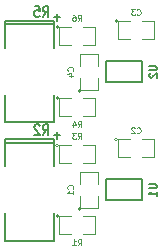
<source format=gbo>
G04 (created by PCBNEW (2013-mar-13)-testing) date Thu 04 Apr 2013 08:37:25 PM CEST*
%MOIN*%
G04 Gerber Fmt 3.4, Leading zero omitted, Abs format*
%FSLAX34Y34*%
G01*
G70*
G90*
G04 APERTURE LIST*
%ADD10C,0.006*%
%ADD11C,0.005*%
%ADD12C,0.0059*%
%ADD13C,0.0039*%
%ADD14C,0.00590551*%
%ADD15C,0.0043*%
G04 APERTURE END LIST*
G54D10*
G54D11*
X42313Y-46303D02*
X42313Y-47003D01*
X42313Y-47003D02*
X43513Y-47003D01*
X43513Y-47003D02*
X43513Y-46303D01*
X43513Y-46303D02*
X42313Y-46303D01*
X42313Y-50240D02*
X42313Y-50940D01*
X42313Y-50940D02*
X43513Y-50940D01*
X43513Y-50940D02*
X43513Y-50240D01*
X43513Y-50240D02*
X42313Y-50240D01*
G54D12*
X38936Y-45078D02*
X40590Y-45078D01*
X38936Y-44960D02*
X40590Y-44960D01*
X38936Y-48346D02*
X40590Y-48346D01*
X40592Y-47439D02*
X40592Y-48339D01*
X38934Y-48339D02*
X38934Y-47439D01*
X38934Y-45866D02*
X38934Y-44966D01*
X40592Y-44967D02*
X40592Y-45867D01*
X38936Y-49015D02*
X40590Y-49015D01*
X38936Y-48897D02*
X40590Y-48897D01*
X38936Y-52283D02*
X40590Y-52283D01*
X40592Y-51376D02*
X40592Y-52276D01*
X38934Y-52276D02*
X38934Y-51376D01*
X38934Y-49803D02*
X38934Y-48903D01*
X40592Y-48904D02*
X40592Y-49804D01*
G54D13*
X41482Y-47303D02*
G75*
G03X41482Y-47303I-50J0D01*
G74*
G01*
X41432Y-46853D02*
X41432Y-47253D01*
X41432Y-47253D02*
X42032Y-47253D01*
X42032Y-47253D02*
X42032Y-46853D01*
X42032Y-46453D02*
X42032Y-46053D01*
X42032Y-46053D02*
X41432Y-46053D01*
X41432Y-46053D02*
X41432Y-46453D01*
X41482Y-51240D02*
G75*
G03X41482Y-51240I-50J0D01*
G74*
G01*
X41432Y-50790D02*
X41432Y-51190D01*
X41432Y-51190D02*
X42032Y-51190D01*
X42032Y-51190D02*
X42032Y-50790D01*
X42032Y-50390D02*
X42032Y-49990D01*
X42032Y-49990D02*
X41432Y-49990D01*
X41432Y-49990D02*
X41432Y-50390D01*
X40738Y-51471D02*
G75*
G03X40738Y-51471I-50J0D01*
G74*
G01*
X41138Y-51471D02*
X40738Y-51471D01*
X40738Y-51471D02*
X40738Y-52071D01*
X40738Y-52071D02*
X41138Y-52071D01*
X41538Y-52071D02*
X41938Y-52071D01*
X41938Y-52071D02*
X41938Y-51471D01*
X41938Y-51471D02*
X41538Y-51471D01*
X40738Y-49109D02*
G75*
G03X40738Y-49109I-50J0D01*
G74*
G01*
X41138Y-49109D02*
X40738Y-49109D01*
X40738Y-49109D02*
X40738Y-49709D01*
X40738Y-49709D02*
X41138Y-49709D01*
X41538Y-49709D02*
X41938Y-49709D01*
X41938Y-49709D02*
X41938Y-49109D01*
X41938Y-49109D02*
X41538Y-49109D01*
X40738Y-47534D02*
G75*
G03X40738Y-47534I-50J0D01*
G74*
G01*
X41138Y-47534D02*
X40738Y-47534D01*
X40738Y-47534D02*
X40738Y-48134D01*
X40738Y-48134D02*
X41138Y-48134D01*
X41538Y-48134D02*
X41938Y-48134D01*
X41938Y-48134D02*
X41938Y-47534D01*
X41938Y-47534D02*
X41538Y-47534D01*
X40738Y-45172D02*
G75*
G03X40738Y-45172I-50J0D01*
G74*
G01*
X41138Y-45172D02*
X40738Y-45172D01*
X40738Y-45172D02*
X40738Y-45772D01*
X40738Y-45772D02*
X41138Y-45772D01*
X41538Y-45772D02*
X41938Y-45772D01*
X41938Y-45772D02*
X41938Y-45172D01*
X41938Y-45172D02*
X41538Y-45172D01*
X42707Y-44975D02*
G75*
G03X42707Y-44975I-50J0D01*
G74*
G01*
X43107Y-44975D02*
X42707Y-44975D01*
X42707Y-44975D02*
X42707Y-45575D01*
X42707Y-45575D02*
X43107Y-45575D01*
X43507Y-45575D02*
X43907Y-45575D01*
X43907Y-45575D02*
X43907Y-44975D01*
X43907Y-44975D02*
X43507Y-44975D01*
X42707Y-48912D02*
G75*
G03X42707Y-48912I-50J0D01*
G74*
G01*
X43107Y-48912D02*
X42707Y-48912D01*
X42707Y-48912D02*
X42707Y-49512D01*
X42707Y-49512D02*
X43107Y-49512D01*
X43507Y-49512D02*
X43907Y-49512D01*
X43907Y-49512D02*
X43907Y-48912D01*
X43907Y-48912D02*
X43507Y-48912D01*
G54D11*
X43748Y-46463D02*
X43951Y-46463D01*
X43975Y-46474D01*
X43986Y-46486D01*
X43998Y-46510D01*
X43998Y-46558D01*
X43986Y-46582D01*
X43975Y-46594D01*
X43951Y-46605D01*
X43748Y-46605D01*
X43772Y-46713D02*
X43760Y-46724D01*
X43748Y-46748D01*
X43748Y-46808D01*
X43760Y-46832D01*
X43772Y-46844D01*
X43796Y-46855D01*
X43820Y-46855D01*
X43855Y-46844D01*
X43998Y-46701D01*
X43998Y-46855D01*
X43748Y-50400D02*
X43951Y-50400D01*
X43975Y-50411D01*
X43986Y-50423D01*
X43998Y-50447D01*
X43998Y-50495D01*
X43986Y-50519D01*
X43975Y-50531D01*
X43951Y-50542D01*
X43748Y-50542D01*
X43998Y-50792D02*
X43998Y-50650D01*
X43998Y-50721D02*
X43748Y-50721D01*
X43784Y-50697D01*
X43808Y-50673D01*
X43820Y-50650D01*
X40207Y-44826D02*
X40307Y-44660D01*
X40378Y-44826D02*
X40378Y-44476D01*
X40264Y-44476D01*
X40236Y-44493D01*
X40221Y-44510D01*
X40207Y-44543D01*
X40207Y-44593D01*
X40221Y-44626D01*
X40236Y-44643D01*
X40264Y-44660D01*
X40378Y-44660D01*
X39936Y-44476D02*
X40078Y-44476D01*
X40093Y-44643D01*
X40078Y-44626D01*
X40050Y-44610D01*
X39978Y-44610D01*
X39950Y-44626D01*
X39936Y-44643D01*
X39921Y-44676D01*
X39921Y-44760D01*
X39936Y-44793D01*
X39950Y-44810D01*
X39978Y-44826D01*
X40050Y-44826D01*
X40078Y-44810D01*
X40093Y-44793D01*
G54D14*
X40676Y-44737D02*
X40676Y-44947D01*
X40781Y-44842D02*
X40571Y-44842D01*
G54D11*
X40207Y-48763D02*
X40307Y-48597D01*
X40378Y-48763D02*
X40378Y-48413D01*
X40264Y-48413D01*
X40236Y-48430D01*
X40221Y-48447D01*
X40207Y-48480D01*
X40207Y-48530D01*
X40221Y-48563D01*
X40236Y-48580D01*
X40264Y-48597D01*
X40378Y-48597D01*
X40093Y-48447D02*
X40078Y-48430D01*
X40050Y-48413D01*
X39978Y-48413D01*
X39950Y-48430D01*
X39936Y-48447D01*
X39921Y-48480D01*
X39921Y-48513D01*
X39936Y-48563D01*
X40107Y-48763D01*
X39921Y-48763D01*
G54D14*
X40676Y-48674D02*
X40676Y-48884D01*
X40781Y-48779D02*
X40571Y-48779D01*
G54D15*
X41202Y-46620D02*
X41212Y-46611D01*
X41221Y-46583D01*
X41221Y-46564D01*
X41212Y-46536D01*
X41193Y-46517D01*
X41174Y-46508D01*
X41137Y-46498D01*
X41108Y-46498D01*
X41071Y-46508D01*
X41052Y-46517D01*
X41033Y-46536D01*
X41024Y-46564D01*
X41024Y-46583D01*
X41033Y-46611D01*
X41043Y-46620D01*
X41090Y-46789D02*
X41221Y-46789D01*
X41015Y-46742D02*
X41155Y-46695D01*
X41155Y-46817D01*
X41202Y-50557D02*
X41212Y-50548D01*
X41221Y-50520D01*
X41221Y-50501D01*
X41212Y-50473D01*
X41193Y-50454D01*
X41174Y-50445D01*
X41137Y-50435D01*
X41108Y-50435D01*
X41071Y-50445D01*
X41052Y-50454D01*
X41033Y-50473D01*
X41024Y-50501D01*
X41024Y-50520D01*
X41033Y-50548D01*
X41043Y-50557D01*
X41221Y-50745D02*
X41221Y-50632D01*
X41221Y-50689D02*
X41024Y-50689D01*
X41052Y-50670D01*
X41071Y-50651D01*
X41080Y-50632D01*
X41371Y-52441D02*
X41437Y-52348D01*
X41483Y-52441D02*
X41483Y-52244D01*
X41408Y-52244D01*
X41390Y-52254D01*
X41380Y-52263D01*
X41371Y-52282D01*
X41371Y-52310D01*
X41380Y-52329D01*
X41390Y-52338D01*
X41408Y-52348D01*
X41483Y-52348D01*
X41183Y-52441D02*
X41296Y-52441D01*
X41240Y-52441D02*
X41240Y-52244D01*
X41258Y-52273D01*
X41277Y-52291D01*
X41296Y-52301D01*
X41371Y-48898D02*
X41437Y-48804D01*
X41483Y-48898D02*
X41483Y-48701D01*
X41408Y-48701D01*
X41390Y-48711D01*
X41380Y-48720D01*
X41371Y-48739D01*
X41371Y-48767D01*
X41380Y-48786D01*
X41390Y-48795D01*
X41408Y-48804D01*
X41483Y-48804D01*
X41305Y-48701D02*
X41183Y-48701D01*
X41249Y-48776D01*
X41221Y-48776D01*
X41202Y-48786D01*
X41193Y-48795D01*
X41183Y-48814D01*
X41183Y-48861D01*
X41193Y-48879D01*
X41202Y-48889D01*
X41221Y-48898D01*
X41277Y-48898D01*
X41296Y-48889D01*
X41305Y-48879D01*
X41371Y-48504D02*
X41437Y-48411D01*
X41483Y-48504D02*
X41483Y-48307D01*
X41408Y-48307D01*
X41390Y-48317D01*
X41380Y-48326D01*
X41371Y-48345D01*
X41371Y-48373D01*
X41380Y-48392D01*
X41390Y-48401D01*
X41408Y-48411D01*
X41483Y-48411D01*
X41202Y-48373D02*
X41202Y-48504D01*
X41249Y-48298D02*
X41296Y-48439D01*
X41174Y-48439D01*
X41371Y-44961D02*
X41437Y-44867D01*
X41483Y-44961D02*
X41483Y-44764D01*
X41408Y-44764D01*
X41390Y-44774D01*
X41380Y-44783D01*
X41371Y-44802D01*
X41371Y-44830D01*
X41380Y-44849D01*
X41390Y-44858D01*
X41408Y-44867D01*
X41483Y-44867D01*
X41202Y-44764D02*
X41240Y-44764D01*
X41258Y-44774D01*
X41268Y-44783D01*
X41286Y-44811D01*
X41296Y-44849D01*
X41296Y-44924D01*
X41286Y-44942D01*
X41277Y-44952D01*
X41258Y-44961D01*
X41221Y-44961D01*
X41202Y-44952D01*
X41193Y-44942D01*
X41183Y-44924D01*
X41183Y-44877D01*
X41193Y-44858D01*
X41202Y-44849D01*
X41221Y-44839D01*
X41258Y-44839D01*
X41277Y-44849D01*
X41286Y-44858D01*
X41296Y-44877D01*
X43339Y-44746D02*
X43349Y-44755D01*
X43377Y-44764D01*
X43396Y-44764D01*
X43424Y-44755D01*
X43443Y-44736D01*
X43452Y-44717D01*
X43461Y-44680D01*
X43461Y-44652D01*
X43452Y-44614D01*
X43443Y-44595D01*
X43424Y-44577D01*
X43396Y-44567D01*
X43377Y-44567D01*
X43349Y-44577D01*
X43339Y-44586D01*
X43274Y-44567D02*
X43152Y-44567D01*
X43217Y-44642D01*
X43189Y-44642D01*
X43171Y-44652D01*
X43161Y-44661D01*
X43152Y-44680D01*
X43152Y-44727D01*
X43161Y-44746D01*
X43171Y-44755D01*
X43189Y-44764D01*
X43246Y-44764D01*
X43264Y-44755D01*
X43274Y-44746D01*
X43339Y-48683D02*
X43349Y-48692D01*
X43377Y-48701D01*
X43396Y-48701D01*
X43424Y-48692D01*
X43443Y-48673D01*
X43452Y-48654D01*
X43461Y-48617D01*
X43461Y-48589D01*
X43452Y-48551D01*
X43443Y-48532D01*
X43424Y-48514D01*
X43396Y-48504D01*
X43377Y-48504D01*
X43349Y-48514D01*
X43339Y-48523D01*
X43264Y-48523D02*
X43255Y-48514D01*
X43236Y-48504D01*
X43189Y-48504D01*
X43171Y-48514D01*
X43161Y-48523D01*
X43152Y-48542D01*
X43152Y-48561D01*
X43161Y-48589D01*
X43274Y-48701D01*
X43152Y-48701D01*
M02*

</source>
